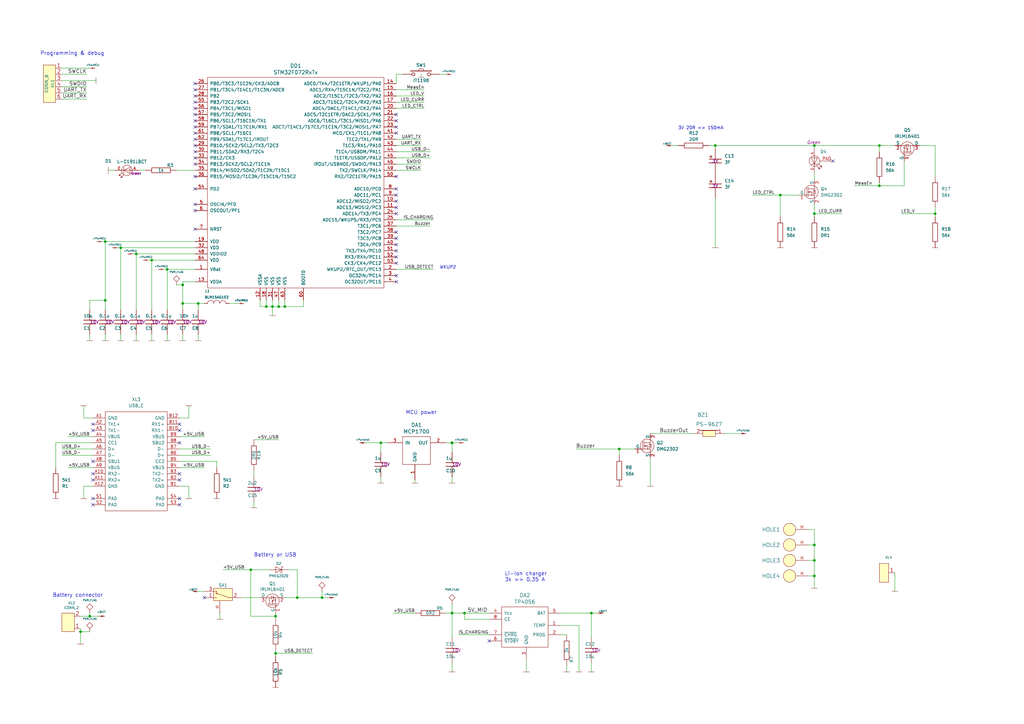
<source format=kicad_sch>
(kicad_sch (version 20211123) (generator eeschema)
  (paper "A3")
  (lib_symbols
    (symbol "BtnsSwitches:BUTTON_H" (pin_numbers hide) (pin_names (offset 1.016) hide)
      (property "Reference" "SW" (at -5.08 3.81 0))
      (property "Value" "BUTTON_H" (at 2.54 3.81 0))
      (symbol "BUTTON_H_0_1"
        (pin passive inverted (at -7.62 0 0) (length 5.08) (name "1") (number "1"))
        (pin passive inverted (at 7.62 0 180) (length 5.08) (name "2") (number "2"))
      )
      (symbol "BUTTON_H_1_1"
        (pin passive line (at 0 0 0) (length 0) (name "~") (number "H"))
      )
    )
    (symbol "BtnsSwitches:SWITCH_1P2T_housing" (pin_names (offset 1.016))
      (property "Reference" "SA" (at -2.54 8.89 0))
      (property "Value" "SWITCH_1P2T_housing" (at 2.54 6.35 0))
      (symbol "SWITCH_1P2T_housing_1_1"
        (pin passive line (at 6.35 0 180) (length 5.08) (name "~") (number "1"))
        (pin passive line (at -8.89 0 0) (length 5.08) (name "~") (number "2"))
        (pin passive line (at 6.35 2.54 180) (length 5.08) (name "~") (number "3"))
        (pin passive line (at 0 -6.35 90) (length 5.08) (name "~") (number "H"))
      )
    )
    (symbol "Connectors_kl:CONN_1" (pin_names (offset 1.016) hide)
      (property "Reference" "XL" (at -1.27 0.254 90))
      (property "Value" "CONN_1" (at 0.254 0.508 90))
      (symbol "CONN_1_1_1"
        (pin passive line (at -5.08 0 0) (length 2.54) (name "P1") (number "1"))
      )
    )
    (symbol "Connectors_kl:CONN_2" (pin_names (offset 1.016) hide)
      (property "Reference" "XL" (at -1.27 0 90))
      (property "Value" "CONN_2" (at 1.27 0 90))
      (symbol "CONN_2_1_1"
        (pin passive line (at -5.08 2.54 0) (length 2.54) (name "P1") (number "1"))
        (pin passive line (at -5.08 -2.54 0) (length 2.54) (name "PM") (number "2"))
      )
    )
    (symbol "Connectors_kl:CONN_6" (pin_names (offset 1.016))
      (property "Reference" "XL" (at -1.27 0 90))
      (property "Value" "CONN_6" (at 1.27 0 90))
      (symbol "CONN_6_1_1"
        (pin passive line (at -5.08 6.35 0) (length 2.54) (name "~") (number "1"))
        (pin passive line (at -5.08 3.81 0) (length 2.54) (name "~") (number "2"))
        (pin passive line (at -5.08 1.27 0) (length 2.54) (name "~") (number "3"))
        (pin passive line (at -5.08 -1.27 0) (length 2.54) (name "~") (number "4"))
        (pin passive line (at -5.08 -3.81 0) (length 2.54) (name "~") (number "5"))
        (pin passive line (at -5.08 -6.35 0) (length 2.54) (name "~") (number "6"))
      )
    )
    (symbol "Connectors_kl:USB_C" (pin_names (offset 1.016))
      (property "Reference" "XL" (at 5.08 21.59 0))
      (property "Value" "USB_C" (at -8.89 21.59 0))
      (symbol "USB_C_0_1"
        (pin passive line (at 17.78 -10.16 180) (length 5.08) (name "GND") (number "B1"))
        (pin passive line (at 17.78 12.7 180) (length 5.08) (name "RX1-") (number "B10"))
        (pin passive line (at 17.78 15.24 180) (length 5.08) (name "RX1+") (number "B11"))
        (pin passive line (at 17.78 17.78 180) (length 5.08) (name "GND") (number "B12"))
        (pin passive line (at 17.78 -7.62 180) (length 5.08) (name "TX2+") (number "B2"))
        (pin passive line (at 17.78 -5.08 180) (length 5.08) (name "TX2-") (number "B3"))
        (pin passive line (at 17.78 -2.54 180) (length 5.08) (name "VBUS") (number "B4"))
        (pin passive line (at 17.78 0 180) (length 5.08) (name "CC2") (number "B5"))
        (pin passive line (at 17.78 2.54 180) (length 5.08) (name "D+") (number "B6"))
        (pin passive line (at 17.78 5.08 180) (length 5.08) (name "D-") (number "B7"))
        (pin passive line (at 17.78 7.62 180) (length 5.08) (name "SBU2") (number "B8"))
        (pin passive line (at 17.78 10.16 180) (length 5.08) (name "VBUS") (number "B9"))
        (pin passive line (at 17.78 -17.78 180) (length 5.08) (name "PAD") (number "S3"))
        (pin passive line (at 17.78 -15.24 180) (length 5.08) (name "PAD") (number "S4"))
      )
      (symbol "USB_C_1_1"
        (pin passive line (at -17.78 17.78 0) (length 5.08) (name "GND") (number "A1"))
        (pin passive line (at -17.78 -5.08 0) (length 5.08) (name "RX2-") (number "A10"))
        (pin passive line (at -17.78 -7.62 0) (length 5.08) (name "RX2+") (number "A11"))
        (pin passive line (at -17.78 -10.16 0) (length 5.08) (name "GND") (number "A12"))
        (pin passive line (at -17.78 15.24 0) (length 5.08) (name "TX1+") (number "A2"))
        (pin passive line (at -17.78 12.7 0) (length 5.08) (name "TX1-") (number "A3"))
        (pin passive line (at -17.78 10.16 0) (length 5.08) (name "VBUS") (number "A4"))
        (pin passive line (at -17.78 7.62 0) (length 5.08) (name "CC1") (number "A5"))
        (pin passive line (at -17.78 5.08 0) (length 5.08) (name "D+") (number "A6"))
        (pin passive line (at -17.78 2.54 0) (length 5.08) (name "D-") (number "A7"))
        (pin passive line (at -17.78 0 0) (length 5.08) (name "SBU1") (number "A8"))
        (pin passive line (at -17.78 -2.54 0) (length 5.08) (name "VBUS") (number "A9"))
        (pin passive line (at -17.78 -15.24 0) (length 5.08) (name "PAD") (number "S1"))
        (pin passive line (at -17.78 -17.78 0) (length 5.08) (name "PAD") (number "S2"))
      )
    )
    (symbol "Power_kl:MCP1700" (pin_names (offset 1.016))
      (property "Reference" "DA" (at 3.81 7.62 0))
      (property "Value" "MCP1700" (at -5.08 7.62 0))
      (symbol "MCP1700_1_1"
        (pin passive line (at 0 -11.43 90) (length 6.35) (name "GND") (number "1"))
        (pin power_out line (at 12.7 3.81 180) (length 6.35) (name "OUT") (number "2"))
        (pin power_in line (at -11.43 3.81 0) (length 6.35) (name "IN") (number "3"))
      )
    )
    (symbol "Power_kl:TP4056" (pin_names (offset 1.016))
      (property "Reference" "DA" (at -7.62 10.16 0))
      (property "Value" "TP4056" (at 3.81 10.16 0))
      (symbol "TP4056_1_1"
        (pin passive line (at 13.97 1.27 180) (length 5.08) (name "TEMP") (number "1"))
        (pin passive line (at 13.97 -2.54 180) (length 5.08) (name "PROG") (number "2"))
        (pin power_in line (at 0 -12.7 90) (length 5.08) (name "GND") (number "3"))
        (pin power_in line (at -15.24 6.35 0) (length 5.08) (name "Vcc") (number "4"))
        (pin passive line (at 13.97 6.35 180) (length 5.08) (name "BAT") (number "5"))
        (pin passive line (at -15.24 -5.08 0) (length 5.08) (name "~{STDBY}") (number "6"))
        (pin passive line (at -15.24 -2.54 0) (length 5.08) (name "~{CHRG}") (number "7"))
        (pin passive line (at -15.24 3.81 0) (length 5.08) (name "CE") (number "8"))
      )
    )
    (symbol "Tittar_kl:BUZZER" (pin_names (offset 1.016) hide)
      (property "Reference" "BZ" (at 5.08 2.54 0))
      (property "Value" "BUZZER" (at 7.62 -2.54 0))
      (symbol "BUZZER_1_1"
        (pin passive line (at 0 -6.35 90) (length 3.81) (name "1") (number "1"))
        (pin passive line (at 0 6.35 270) (length 3.81) (name "2") (number "2"))
      )
    )
    (symbol "Tittar_kl:C" (pin_numbers hide) (pin_names (offset 0.254))
      (property "Reference" "C" (at -2.54 -2.54 0))
      (property "Value" "C" (at -2.54 2.54 0))
      (property "Voltage" "10V" (at 0 0 0))
      (symbol "C_1_1"
        (pin passive line (at 0 5.08 270) (length 4.318) (name "~") (number "1"))
        (pin passive line (at 0 -5.08 90) (length 4.318) (name "~") (number "2"))
      )
    )
    (symbol "Tittar_kl:CP" (pin_numbers hide) (pin_names (offset 0.254))
      (property "Reference" "C" (at 1.27 2.54 0))
      (property "Value" "CP" (at 1.27 -2.54 0))
      (symbol "CP_1_1"
        (pin passive line (at 0 5.08 270) (length 4.318) (name "~") (number "1"))
        (pin passive line (at 0 -5.08 90) (length 4.318) (name "~") (number "2"))
      )
    )
    (symbol "Tittar_kl:D_Shottky" (pin_numbers hide) (pin_names (offset 1.016) hide)
      (property "Reference" "D" (at 0 2.54 0))
      (property "Value" "D_Shottky" (at 0 -2.54 0))
      (symbol "D_Shottky_1_1"
        (pin passive line (at -3.81 0 0) (length 2.54) (name "~") (number "A"))
        (pin passive line (at 3.81 0 180) (length 2.54) (name "~") (number "C"))
      )
    )
    (symbol "Tittar_kl:L" (pin_numbers hide) (pin_names (offset 1.016) hide)
      (property "Reference" "L" (at -2.54 -3.556 90))
      (property "Value" "L" (at -2.54 0 90))
      (symbol "L_1_1"
        (pin passive line (at 0 5.08 270) (length 1.27) (name "1") (number "1"))
        (pin passive line (at 0 -5.08 90) (length 1.27) (name "2") (number "2"))
      )
    )
    (symbol "Tittar_kl:LED" (pin_names (offset 1.016) hide)
      (property "Reference" "D" (at 2.54 3.556 0))
      (property "Value" "LED" (at -2.032 3.556 0))
      (property "Color" "Green" (at 0 -3.81 0))
      (symbol "LED_1_1"
        (pin passive line (at -5.08 0 0) (length 3.81) (name "A") (number "A"))
        (pin passive line (at 5.08 0 180) (length 3.81) (name "C") (number "C"))
      )
    )
    (symbol "Tittar_kl:LEDwPAD" (pin_names (offset 1.016) hide)
      (property "Reference" "D" (at 2.54 3.556 0))
      (property "Value" "LEDwPAD" (at -2.032 3.556 0))
      (property "Color" "Green" (at -5.08 -2.54 0))
      (symbol "LEDwPAD_1_1"
        (pin passive line (at -5.08 0 0) (length 3.81) (name "A") (number "A"))
        (pin passive line (at 5.08 0 180) (length 3.81) (name "C") (number "C"))
        (pin passive line (at 0 -7.62 90) (length 5.08) (name "~") (number "PAD"))
      )
    )
    (symbol "Tittar_kl:R" (pin_numbers hide) (pin_names (offset 0))
      (property "Reference" "R" (at 2.032 -3.81 90))
      (property "Value" "R" (at 0 0 90))
      (symbol "R_1_1"
        (pin passive line (at 0 6.35 270) (length 2.54) (name "~") (number "1"))
        (pin passive line (at 0 -6.35 90) (length 2.54) (name "~") (number "2"))
      )
    )
    (symbol "Transistors_kl:N_3PIN" (pin_names (offset 0))
      (property "Reference" "Q" (at 5.08 1.27 0))
      (property "Value" "N_3PIN" (at 10.16 -2.54 0))
      (symbol "N_3PIN_1_1"
        (pin passive line (at -5.08 1.27 0) (length 2.54) (name "G") (number "1"))
        (pin passive line (at 1.27 5.08 270) (length 2.54) (name "S") (number "2"))
        (pin passive line (at 1.27 -5.08 90) (length 2.54) (name "D") (number "3"))
      )
    )
    (symbol "Transistors_kl:P_3PIN" (pin_names (offset 0))
      (property "Reference" "Q" (at 3.81 -3.81 0))
      (property "Value" "P_3PIN" (at 0 5.08 0))
      (symbol "P_3PIN_1_1"
        (pin passive line (at -1.27 -5.08 90) (length 2.54) (name "G") (number "1"))
        (pin passive line (at -5.08 1.27 0) (length 2.54) (name "S") (number "2"))
        (pin passive line (at 5.08 1.27 180) (length 2.54) (name "D") (number "3"))
      )
    )
    (symbol "pcb_details:HOLE_METALLED" (pin_names (offset 1.016))
      (property "Reference" "HOLE" (at -12.7 -1.27 0))
      (property "Value" "HOLE_METALLED" (at -13.97 1.27 0))
      (symbol "HOLE_METALLED_1_1"
        (pin passive line (at 7.62 0 180) (length 5.08) (name "~") (number "H"))
      )
    )
    (symbol "power:+BATT" (power) (pin_names (offset 0))
      (property "Value" "+BATT" (at 2.032 0.762 0))
      (symbol "+BATT_0_0"
        (pin power_in line (at 0 0 90) (length 0) hide (name "+BATT") (number "1"))
      )
    )
    (symbol "power:+PwrMCU" (power) (pin_names (offset 0))
      (property "Value" "+PwrMCU" (at 1.778 0.762 0))
      (symbol "+PwrMCU_0_0"
        (pin power_in line (at 0 0 90) (length 0) hide (name "+PwrMCU") (number "1"))
      )
    )
    (symbol "power:+PwrUnst" (power) (pin_names (offset 0))
      (property "Value" "+PwrUnst" (at 2.032 0.762 0))
      (symbol "+PwrUnst_0_0"
        (pin power_in line (at 0 0 90) (length 0) hide (name "+PwrUnst") (number "1"))
      )
    )
    (symbol "power:GND" (power) (pin_names (offset 0.254))
      (symbol "GND_1_1"
        (pin power_in line (at 0 0 270) (length 0) hide (name "GND") (number "1"))
      )
    )
    (symbol "power:PWR_FLAG" (power) (pin_numbers hide) (pin_names (offset 0) hide)
      (property "Value" "PWR_FLAG" (at 0 5.08 0))
      (symbol "PWR_FLAG_0_0"
        (pin power_out line (at 0 0 90) (length 0) (name "pwr") (number "1"))
      )
    )
    (symbol "st_kl:STM32F072RxTx" (pin_names (offset 1.016))
      (property "Reference" "DD" (at -16.51 41.91 0))
      (property "Value" "STM32F072RxTx" (at 0 41.91 0))
      (symbol "STM32F072RxTx_1_1"
        (pin power_in line (at -40.64 -38.1 0) (length 5.08) (name "VBat") (number "1"))
        (pin passive line (at 41.91 -10.16 180) (length 5.08) (name "ADC12/MISO2/PC2") (number "10"))
        (pin passive line (at 41.91 -12.7 180) (length 5.08) (name "ADC13/MOSI2/PC3") (number "11"))
        (pin power_in line (at -13.97 -50.8 90) (length 5.08) (name "VSSA") (number "12"))
        (pin power_in line (at -40.64 -43.18 0) (length 5.08) (name "VDDA") (number "13"))
        (pin passive line (at 41.91 38.1 180) (length 5.08) (name "ADC0/TX4/T2C1ETR/WKUP1/PA0") (number "14"))
        (pin passive line (at 41.91 35.56 180) (length 5.08) (name "ADC1/RX4/T15C1N/T2C2/PA1") (number "15"))
        (pin passive line (at 41.91 33.02 180) (length 5.08) (name "ADC2/T15C1/T2C3/TX2/PA2") (number "16"))
        (pin passive line (at 41.91 30.48 180) (length 5.08) (name "ADC3/T15C2/T2C4/RX2/PA3") (number "17"))
        (pin power_in line (at -11.43 -50.8 90) (length 5.08) (name "VSS") (number "18"))
        (pin power_in line (at -40.64 -26.67 0) (length 5.08) (name "VDD") (number "19"))
        (pin passive line (at 41.91 -38.1 180) (length 5.08) (name "WKUP2/RTC_OUT/PC13") (number "2"))
        (pin passive line (at 41.91 27.94 180) (length 5.08) (name "ADC4/DAC1/T14C1/CK2/PA4") (number "20"))
        (pin passive line (at 41.91 25.4 180) (length 5.08) (name "ADC5/T2C1ETR/DAC2/SCK1/PA5") (number "21"))
        (pin passive line (at 41.91 22.86 180) (length 5.08) (name "ADC6/T16C1/T3C1/MISO1/PA6") (number "22"))
        (pin passive line (at 41.91 20.32 180) (length 5.08) (name "ADC7/T14C1/T17C1/T1C1N/T3C2/MOSI1/PA7") (number "23"))
        (pin passive line (at 41.91 -15.24 180) (length 5.08) (name "ADC14/TX3/PC4") (number "24"))
        (pin passive line (at 41.91 -17.78 180) (length 5.08) (name "ADC15/WKUP5/RX3/PC5") (number "25"))
        (pin passive line (at -40.64 38.1 0) (length 5.08) (name "PB0/T3C3/T1C2N/CK3/ADC8") (number "26"))
        (pin passive line (at -40.64 35.56 0) (length 5.08) (name "PB1/T3C4/T14C1/T1C3N/ADC9") (number "27"))
        (pin passive line (at -40.64 33.02 0) (length 5.08) (name "PB2") (number "28"))
        (pin passive line (at -40.64 12.7 0) (length 5.08) (name "PB10/SCK2/SCL2/TX3/T2C3") (number "29"))
        (pin passive line (at 41.91 -40.64 180) (length 5.08) (name "OC32IN/PC14") (number "3"))
        (pin passive line (at -40.64 10.16 0) (length 5.08) (name "PB11/SDA2/RX3/T2C4") (number "30"))
        (pin power_in line (at -8.89 -50.8 90) (length 5.08) (name "VSS") (number "31"))
        (pin power_in line (at -40.64 -29.21 0) (length 5.08) (name "VDD") (number "32"))
        (pin passive line (at -40.64 7.62 0) (length 5.08) (name "PB12/CK3") (number "33"))
        (pin passive line (at -40.64 5.08 0) (length 5.08) (name "PB13/SCK2/SCL2/T1C1N") (number "34"))
        (pin passive line (at -40.64 2.54 0) (length 5.08) (name "PB14/MISO2/SDA2/T1C2N/T15C1") (number "35"))
        (pin passive line (at -40.64 0 0) (length 5.08) (name "PB15/MOSI2/T1C3N/T15C1N/T15C2") (number "36"))
        (pin passive line (at 41.91 -20.32 180) (length 5.08) (name "T3C1/PC6") (number "37"))
        (pin passive line (at 41.91 -22.86 180) (length 5.08) (name "T3C2/PC7") (number "38"))
        (pin passive line (at 41.91 -25.4 180) (length 5.08) (name "T3C3/PC8") (number "39"))
        (pin passive line (at 41.91 -43.18 180) (length 5.08) (name "OC32OUT/PC15") (number "4"))
        (pin passive line (at 41.91 -27.94 180) (length 5.08) (name "T3C4/PC9") (number "40"))
        (pin passive line (at 41.91 17.78 180) (length 5.08) (name "MCO/CK1/T1C1/PA8") (number "41"))
        (pin passive line (at 41.91 15.24 180) (length 5.08) (name "T1C2/TX1/PA9") (number "42"))
        (pin passive line (at 41.91 12.7 180) (length 5.08) (name "T1C3/RX1/PA10") (number "43"))
        (pin passive line (at 41.91 10.16 180) (length 5.08) (name "T1C4/USBDM/PA11") (number "44"))
        (pin passive line (at 41.91 7.62 180) (length 5.08) (name "T1ETR/USBDP/PA12") (number "45"))
        (pin passive line (at 41.91 5.08 180) (length 5.08) (name "IROUT/USBNOE/SWDIO/PA13") (number "46"))
        (pin power_in line (at -6.35 -50.8 90) (length 5.08) (name "VSS") (number "47"))
        (pin power_in line (at -40.64 -31.75 0) (length 5.08) (name "VDDIO2") (number "48"))
        (pin passive line (at 41.91 2.54 180) (length 5.08) (name "TX2/SWCLK/PA14") (number "49"))
        (pin passive line (at -40.64 -11.43 0) (length 5.08) (name "OSCIN/PF0") (number "5"))
        (pin passive line (at 41.91 0 180) (length 5.08) (name "RX2/T2C1ETR/PA15") (number "50"))
        (pin passive line (at 41.91 -30.48 180) (length 5.08) (name "TX3/TX4/PC10") (number "51"))
        (pin passive line (at 41.91 -33.02 180) (length 5.08) (name "RX3/RX4/PC11") (number "52"))
        (pin passive line (at 41.91 -35.56 180) (length 5.08) (name "CK3/CK4/PC12") (number "53"))
        (pin passive line (at -40.64 -5.08 0) (length 5.08) (name "PD2") (number "54"))
        (pin passive line (at -40.64 30.48 0) (length 5.08) (name "PB3/T2C2/SCK1") (number "55"))
        (pin passive line (at -40.64 27.94 0) (length 5.08) (name "PB4/T3C1/MISO1") (number "56"))
        (pin passive line (at -40.64 25.4 0) (length 5.08) (name "PB5/T3C2/MOSI1") (number "57"))
        (pin passive line (at -40.64 22.86 0) (length 5.08) (name "PB6/SCL1/T16C1N/TX1") (number "58"))
        (pin passive line (at -40.64 20.32 0) (length 5.08) (name "PB7/SDA1/T17C1N/RX1") (number "59"))
        (pin passive line (at -40.64 -13.97 0) (length 5.08) (name "OSCOUT/PF1") (number "6"))
        (pin passive line (at 3.81 -50.8 90) (length 5.08) (name "BOOT0") (number "60"))
        (pin passive line (at -40.64 17.78 0) (length 5.08) (name "PB8/SCL1/T16C1") (number "61"))
        (pin passive line (at -40.64 15.24 0) (length 5.08) (name "PB9/SDA1/T17C1/IROUT") (number "62"))
        (pin power_in line (at -3.81 -50.8 90) (length 5.08) (name "VSS") (number "63"))
        (pin power_in line (at -40.64 -34.29 0) (length 5.08) (name "VDD") (number "64"))
        (pin passive line (at -40.64 -21.59 0) (length 5.08) (name "NRST") (number "7"))
        (pin passive line (at 41.91 -5.08 180) (length 5.08) (name "ADC10/PC0") (number "8"))
        (pin passive line (at 41.91 -7.62 180) (length 5.08) (name "ADC11/PC1") (number "9"))
      )
    )
  )
  (junction (at 116.84 125.73))
  (junction (at 33.02 259.08))
  (junction (at 242.57 251.46))
  (junction (at 68.58 110.49))
  (junction (at 74.93 116.84))
  (junction (at 81.28 124.46))
  (junction (at 62.23 106.68))
  (junction (at 114.3 125.73))
  (junction (at 55.88 104.14))
  (junction (at 334.01 229.87))
  (junction (at 190.5 251.46))
  (junction (at 36.83 252.73))
  (junction (at 113.03 252.73))
  (junction (at 111.76 125.73))
  (junction (at 113.03 267.97))
  (junction (at 132.08 245.11))
  (junction (at 320.04 80.01))
  (junction (at 156.21 181.61))
  (junction (at 49.53 101.6))
  (junction (at 334.01 223.52))
  (junction (at 43.18 123.19))
  (junction (at 109.22 125.73))
  (junction (at 334.01 236.22))
  (junction (at 254 184.15))
  (junction (at 121.92 245.11))
  (junction (at 334.01 87.63))
  (junction (at 293.37 59.69))
  (junction (at 360.68 76.2))
  (junction (at 43.18 99.06))
  (junction (at 185.42 181.61) (diameter 1.016))
  (junction (at 383.54 87.63))
  (junction (at 102.87 233.68))
  (junction (at 185.42 251.46))
  (junction (at 360.68 59.69))
  (junction (at 334.01 59.69))
  (junction (at 74.93 124.46))
  (no_connect (at 341.63 66.04))
  (no_connect (at 162.56 46.99))
  (no_connect (at 80.01 54.61))
  (no_connect (at 80.01 57.15))
  (no_connect (at 80.01 59.69))
  (no_connect (at 80.01 62.23))
  (no_connect (at 80.01 64.77))
  (no_connect (at 80.01 67.31))
  (no_connect (at 80.01 72.39))
  (no_connect (at 38.1 204.47))
  (no_connect (at 38.1 207.01))
  (no_connect (at 80.01 77.47))
  (no_connect (at 162.56 115.57))
  (no_connect (at 200.66 262.89))
  (no_connect (at 80.01 93.98))
  (no_connect (at 73.66 207.01))
  (no_connect (at 38.1 189.23))
  (no_connect (at 38.1 173.99))
  (no_connect (at 38.1 176.53))
  (no_connect (at 38.1 196.85))
  (no_connect (at 38.1 194.31))
  (no_connect (at 73.66 194.31))
  (no_connect (at 73.66 196.85))
  (no_connect (at 73.66 173.99))
  (no_connect (at 73.66 176.53))
  (no_connect (at 83.82 245.11))
  (no_connect (at 162.56 77.47))
  (no_connect (at 162.56 80.01))
  (no_connect (at 162.56 100.33))
  (no_connect (at 162.56 102.87))
  (no_connect (at 162.56 105.41))
  (no_connect (at 162.56 107.95))
  (no_connect (at 162.56 113.03))
  (no_connect (at 162.56 82.55))
  (no_connect (at 162.56 85.09))
  (no_connect (at 162.56 87.63))
  (no_connect (at 162.56 95.25))
  (no_connect (at 162.56 97.79))
  (no_connect (at 80.01 34.29))
  (no_connect (at 80.01 36.83))
  (no_connect (at 80.01 39.37))
  (no_connect (at 80.01 41.91))
  (no_connect (at 80.01 44.45))
  (no_connect (at 80.01 46.99))
  (no_connect (at 80.01 49.53))
  (no_connect (at 80.01 52.07))
  (no_connect (at 162.56 49.53))
  (no_connect (at 162.56 52.07))
  (no_connect (at 162.56 54.61))
  (no_connect (at 162.56 72.39))
  (no_connect (at 73.66 204.47))
  (no_connect (at 73.66 181.61))
  (no_connect (at 80.01 83.82))
  (no_connect (at 80.01 86.36))
  (wire (pts (xy 43.18 99.06) (xy 80.01 99.06)))
  (wire (pts (xy 162.56 30.48) (xy 165.1 30.48)))
  (wire (pts (xy 370.84 76.2) (xy 360.68 76.2)))
  (wire (pts (xy 73.66 186.69) (xy 86.36 186.69)))
  (wire (pts (xy 334.01 73.66) (xy 334.01 71.12)))
  (wire (pts (xy 383.54 59.69) (xy 383.54 72.39)))
  (wire (pts (xy 162.56 67.31) (xy 172.72 67.31)))
  (wire (pts (xy 111.76 125.73) (xy 111.76 123.19)))
  (wire (pts (xy 38.1 191.77) (xy 27.94 191.77)))
  (wire (pts (xy 334.01 217.17) (xy 334.01 223.52)))
  (wire (pts (xy 162.56 110.49) (xy 177.8 110.49)))
  (wire (pts (xy 116.84 125.73) (xy 116.84 123.19)))
  (wire (pts (xy 334.01 59.69) (xy 360.68 59.69)))
  (wire (pts (xy 74.93 115.57) (xy 80.01 115.57)))
  (wire (pts (xy 320.04 88.9) (xy 320.04 80.01)))
  (wire (pts (xy 99.06 245.11) (xy 106.68 245.11)))
  (wire (pts (xy 266.7 177.8) (xy 284.48 177.8)))
  (wire (pts (xy 41.91 99.06) (xy 43.18 99.06)))
  (wire (pts (xy 232.41 275.59) (xy 232.41 273.05)))
  (wire (pts (xy 35.56 38.1) (xy 25.4 38.1)))
  (wire (pts (xy 172.72 57.15) (xy 162.56 57.15)))
  (wire (pts (xy 68.58 127) (xy 68.58 110.49)))
  (wire (pts (xy 104.14 180.34) (xy 114.3 180.34)))
  (wire (pts (xy 81.28 124.46) (xy 83.82 124.46)))
  (wire (pts (xy 43.18 137.16) (xy 43.18 139.7)))
  (wire (pts (xy 102.87 252.73) (xy 113.03 252.73)))
  (wire (pts (xy 124.46 125.73) (xy 124.46 123.19)))
  (wire (pts (xy 67.31 110.49) (xy 68.58 110.49)))
  (wire (pts (xy 36.83 251.46) (xy 36.83 252.73)))
  (wire (pts (xy 242.57 251.46) (xy 245.11 251.46)))
  (wire (pts (xy 43.18 123.19) (xy 43.18 99.06)))
  (wire (pts (xy 113.03 267.97) (xy 128.27 267.97)))
  (wire (pts (xy 308.61 80.01) (xy 320.04 80.01)))
  (wire (pts (xy 77.47 204.47) (xy 77.47 199.39)))
  (wire (pts (xy 36.83 137.16) (xy 36.83 139.7)))
  (wire (pts (xy 25.4 33.02) (xy 39.37 33.02)))
  (wire (pts (xy 114.3 125.73) (xy 116.84 125.73)))
  (wire (pts (xy 185.42 181.61) (xy 187.96 181.61)))
  (wire (pts (xy 121.92 245.11) (xy 132.08 245.11)))
  (wire (pts (xy 90.17 251.46) (xy 90.17 254)))
  (wire (pts (xy 293.37 59.69) (xy 334.01 59.69)))
  (wire (pts (xy 49.53 137.16) (xy 49.53 139.7)))
  (wire (pts (xy 229.87 251.46) (xy 242.57 251.46)))
  (wire (pts (xy 44.45 69.85) (xy 46.99 69.85)))
  (wire (pts (xy 40.64 252.73) (xy 36.83 252.73)))
  (wire (pts (xy 62.23 106.68) (xy 62.23 127)))
  (wire (pts (xy 334.01 83.82) (xy 334.01 87.63)))
  (wire (pts (xy 236.22 184.15) (xy 254 184.15)))
  (wire (pts (xy 182.88 30.48) (xy 180.34 30.48)))
  (wire (pts (xy 49.53 101.6) (xy 49.53 127)))
  (wire (pts (xy 34.29 166.37) (xy 34.29 171.45)))
  (wire (pts (xy 113.03 267.97) (xy 113.03 269.24)))
  (wire (pts (xy 331.47 217.17) (xy 334.01 217.17)))
  (wire (pts (xy 237.49 256.54) (xy 229.87 256.54)))
  (wire (pts (xy 293.37 60.96) (xy 293.37 59.69)))
  (wire (pts (xy 200.66 254) (xy 190.5 254)))
  (wire (pts (xy 48.26 101.6) (xy 49.53 101.6)))
  (wire (pts (xy 293.37 81.28) (xy 293.37 101.6)))
  (wire (pts (xy 36.83 123.19) (xy 43.18 123.19)))
  (wire (pts (xy 254 184.15) (xy 260.35 184.15)))
  (wire (pts (xy 254 184.15) (xy 254 186.69)))
  (wire (pts (xy 190.5 251.46) (xy 200.66 251.46)))
  (wire (pts (xy 74.93 124.46) (xy 74.93 116.84)))
  (wire (pts (xy 132.08 245.11) (xy 132.08 242.57)))
  (wire (pts (xy 25.4 35.56) (xy 35.56 35.56)))
  (wire (pts (xy 121.92 233.68) (xy 121.92 245.11)))
  (wire (pts (xy 72.39 116.84) (xy 74.93 116.84)))
  (wire (pts (xy 162.56 62.23) (xy 176.53 62.23)))
  (wire (pts (xy 156.21 181.61) (xy 158.75 181.61)))
  (wire (pts (xy 266.7 199.39) (xy 266.7 187.96)))
  (wire (pts (xy 113.03 251.46) (xy 113.03 252.73)))
  (wire (pts (xy 331.47 223.52) (xy 334.01 223.52)))
  (wire (pts (xy 36.83 127) (xy 36.83 123.19)))
  (wire (pts (xy 275.59 59.69) (xy 278.13 59.69)))
  (wire (pts (xy 77.47 171.45) (xy 73.66 171.45)))
  (wire (pts (xy 290.83 59.69) (xy 293.37 59.69)))
  (wire (pts (xy 162.56 64.77) (xy 176.53 64.77)))
  (wire (pts (xy 102.87 233.68) (xy 102.87 252.73)))
  (wire (pts (xy 190.5 254) (xy 190.5 251.46)))
  (wire (pts (xy 176.53 92.71) (xy 162.56 92.71)))
  (wire (pts (xy 162.56 36.83) (xy 173.99 36.83)))
  (wire (pts (xy 74.93 124.46) (xy 81.28 124.46)))
  (wire (pts (xy 187.96 260.35) (xy 200.66 260.35)))
  (wire (pts (xy 297.18 177.8) (xy 303.53 177.8)))
  (wire (pts (xy 34.29 204.47) (xy 34.29 199.39)))
  (wire (pts (xy 334.01 87.63) (xy 345.44 87.63)))
  (wire (pts (xy 172.72 69.85) (xy 162.56 69.85)))
  (wire (pts (xy 73.66 189.23) (xy 88.9 189.23)))
  (wire (pts (xy 161.29 251.46) (xy 170.18 251.46)))
  (wire (pts (xy 81.28 242.57) (xy 83.82 242.57)))
  (wire (pts (xy 369.57 87.63) (xy 383.54 87.63)))
  (wire (pts (xy 88.9 189.23) (xy 88.9 191.77)))
  (wire (pts (xy 106.68 125.73) (xy 109.22 125.73)))
  (wire (pts (xy 34.29 199.39) (xy 38.1 199.39)))
  (wire (pts (xy 81.28 124.46) (xy 81.28 127)))
  (wire (pts (xy 91.44 233.68) (xy 102.87 233.68)))
  (wire (pts (xy 173.99 44.45) (xy 162.56 44.45)))
  (wire (pts (xy 25.4 27.94) (xy 36.83 27.94)))
  (wire (pts (xy 34.29 171.45) (xy 38.1 171.45)))
  (wire (pts (xy 97.79 124.46) (xy 93.98 124.46)))
  (wire (pts (xy 185.42 181.61) (xy 185.42 185.42)))
  (wire (pts (xy 118.11 233.68) (xy 121.92 233.68)))
  (wire (pts (xy 162.56 30.48) (xy 162.56 34.29)))
  (wire (pts (xy 22.86 191.77) (xy 22.86 181.61)))
  (wire (pts (xy 33.02 259.08) (xy 33.02 264.16)))
  (wire (pts (xy 38.1 184.15) (xy 25.4 184.15)))
  (wire (pts (xy 383.54 87.63) (xy 383.54 88.9)))
  (wire (pts (xy 73.66 191.77) (xy 83.82 191.77)))
  (wire (pts (xy 242.57 261.62) (xy 242.57 251.46)))
  (wire (pts (xy 334.01 223.52) (xy 334.01 229.87)))
  (wire (pts (xy 377.19 59.69) (xy 383.54 59.69)))
  (wire (pts (xy 49.53 101.6) (xy 80.01 101.6)))
  (wire (pts (xy 77.47 199.39) (xy 73.66 199.39)))
  (wire (pts (xy 185.42 247.65) (xy 185.42 251.46)))
  (wire (pts (xy 104.14 193.04) (xy 104.14 195.58)))
  (wire (pts (xy 185.42 251.46) (xy 185.42 261.62)))
  (wire (pts (xy 113.03 252.73) (xy 113.03 254)))
  (wire (pts (xy 185.42 195.58) (xy 185.42 198.12)))
  (wire (pts (xy 229.87 260.35) (xy 232.41 260.35)))
  (wire (pts (xy 109.22 123.19) (xy 109.22 125.73)))
  (wire (pts (xy 106.68 123.19) (xy 106.68 125.73)))
  (wire (pts (xy 360.68 76.2) (xy 360.68 74.93)))
  (wire (pts (xy 242.57 275.59) (xy 242.57 271.78)))
  (wire (pts (xy 177.8 90.17) (xy 162.56 90.17)))
  (wire (pts (xy 172.72 30.48) (xy 172.72 31.75)))
  (wire (pts (xy 33.02 259.08) (xy 36.83 259.08)))
  (wire (pts (xy 182.88 181.61) (xy 185.42 181.61)))
  (wire (pts (xy 73.66 179.07) (xy 83.82 179.07)))
  (wire (pts (xy 77.47 166.37) (xy 77.47 171.45)))
  (wire (pts (xy 331.47 229.87) (xy 334.01 229.87)))
  (wire (pts (xy 73.66 184.15) (xy 86.36 184.15)))
  (wire (pts (xy 334.01 229.87) (xy 334.01 236.22)))
  (wire (pts (xy 54.61 104.14) (xy 55.88 104.14)))
  (wire (pts (xy 350.52 76.2) (xy 360.68 76.2)))
  (wire (pts (xy 68.58 137.16) (xy 68.58 139.7)))
  (wire (pts (xy 156.21 181.61) (xy 156.21 185.42)))
  (wire (pts (xy 74.93 137.16) (xy 74.93 139.7)))
  (wire (pts (xy 80.01 69.85) (xy 72.39 69.85)))
  (wire (pts (xy 109.22 125.73) (xy 111.76 125.73)))
  (wire (pts (xy 38.1 186.69) (xy 25.4 186.69)))
  (wire (pts (xy 111.76 125.73) (xy 114.3 125.73)))
  (wire (pts (xy 102.87 233.68) (xy 110.49 233.68)))
  (wire (pts (xy 114.3 125.73) (xy 114.3 123.19)))
  (wire (pts (xy 185.42 275.59) (xy 185.42 271.78)))
  (wire (pts (xy 116.84 245.11) (xy 121.92 245.11)))
  (wire (pts (xy 331.47 236.22) (xy 334.01 236.22)))
  (wire (pts (xy 132.08 245.11) (xy 134.62 245.11)))
  (wire (pts (xy 33.02 257.81) (xy 33.02 259.08)))
  (wire (pts (xy 111.76 129.54) (xy 111.76 125.73)))
  (wire (pts (xy 55.88 137.16) (xy 55.88 139.7)))
  (wire (pts (xy 104.14 205.74) (xy 104.14 208.28)))
  (wire (pts (xy 60.96 106.68) (xy 62.23 106.68)))
  (wire (pts (xy 334.01 59.69) (xy 334.01 60.96)))
  (wire (pts (xy 74.93 127) (xy 74.93 124.46)))
  (wire (pts (xy 383.54 85.09) (xy 383.54 87.63)))
  (wire (pts (xy 170.18 198.12) (xy 170.18 196.85)))
  (wire (pts (xy 68.58 110.49) (xy 80.01 110.49)))
  (wire (pts (xy 185.42 251.46) (xy 190.5 251.46)))
  (wire (pts (xy 367.03 234.95) (xy 367.03 242.57)))
  (wire (pts (xy 38.1 179.07) (xy 27.94 179.07)))
  (wire (pts (xy 74.93 116.84) (xy 74.93 115.57)))
  (wire (pts (xy 55.88 127) (xy 55.88 104.14)))
  (wire (pts (xy 81.28 137.16) (xy 81.28 139.7)))
  (wire (pts (xy 149.86 181.61) (xy 156.21 181.61)))
  (wire (pts (xy 162.56 41.91) (xy 173.99 41.91)))
  (wire (pts (xy 334.01 87.63) (xy 334.01 88.9)))
  (wire (pts (xy 360.68 59.69) (xy 367.03 59.69)))
  (wire (pts (xy 162.56 59.69) (xy 172.72 59.69)))
  (wire (pts (xy 113.03 266.7) (xy 113.03 267.97)))
  (wire (pts (xy 36.83 252.73) (xy 33.02 252.73)))
  (wire (pts (xy 370.84 66.04) (xy 370.84 76.2)))
  (wire (pts (xy 43.18 127) (xy 43.18 123.19)))
  (wire (pts (xy 334.01 236.22) (xy 334.01 241.3)))
  (wire (pts (xy 62.23 106.68) (xy 80.01 106.68)))
  (wire (pts (xy 25.4 40.64) (xy 35.56 40.64)))
  (wire (pts (xy 237.49 256.54) (xy 237.49 275.59)))
  (wire (pts (xy 59.69 69.85) (xy 57.15 69.85)))
  (wire (pts (xy 116.84 125.73) (xy 124.46 125.73)))
  (wire (pts (xy 62.23 137.16) (xy 62.23 139.7)))
  (wire (pts (xy 173.99 39.37) (xy 162.56 39.37)))
  (wire (pts (xy 55.88 104.14) (xy 80.01 104.14)))
  (wire (pts (xy 215.9 270.51) (xy 215.9 275.59)))
  (wire (pts (xy 156.21 195.58) (xy 156.21 198.12)))
  (wire (pts (xy 360.68 59.69) (xy 360.68 62.23)))
  (wire (pts (xy 320.04 80.01) (xy 327.66 80.01)))
  (wire (pts (xy 182.88 251.46) (xy 185.42 251.46)))
  (wire (pts (xy 35.56 30.48) (xy 25.4 30.48)))
  (wire (pts (xy 22.86 181.61) (xy 38.1 181.61)))
  (text "Battery connector" (at 21.59 245.11 0) (effects (font (size 1.524 1.524)) (justify left bottom)))
  (text "Programming & debug" (at 16.51 22.86 0) (effects (font (size 1.524 1.524)) (justify left bottom)))
  (text "MCU power" (at 166.37 170.18 0) (effects (font (size 1.524 1.524)) (justify left bottom)))
  (text "Battery or USB" (at 104.14 228.6 0) (effects (font (size 1.524 1.524)) (justify left bottom)))
  (text "3V 20R => 150mA " (at 278.13 53.34 0) (effects (font (size 1.27 1.27)) (justify left bottom)))
  (text "Li-Ion charger\n3k => 0.35 A" (at 207.01 238.76 0) (effects (font (size 1.524 1.524)) (justify left bottom)))
  (text "WKUP2" (at 180.34 110.49 0) (effects (font (size 1.27 1.27)) (justify left bottom)))
  (label "USB_D-" (at 25.4 186.69 0))
  (label "LED_V" (at 173.99 39.37 180))
  (label "UART_TX" (at 35.56 38.1 180) (effects (font (size 1.524 1.524))))
  (label "USB_D-" (at 176.53 62.23 180))
  (label "USB_D+" (at 176.53 64.77 180))
  (label "Buzzer" (at 176.53 92.71 180))
  (label "LED_V" (at 369.57 87.63 0))
  (label "LED_CTRL" (at 308.61 80.01 0))
  (label "MeasEn" (at 173.99 36.83 180))
  (label "SWDIO" (at 35.56 35.56 180) (effects (font (size 1.524 1.524))))
  (label "+5V_USB" (at 114.3 180.34 180))
  (label "Buzzer" (at 236.22 184.15 0) (effects (font (size 1.524 1.524))))
  (label "SWCLK" (at 172.72 69.85 180))
  (label "USB_DETECT" (at 128.27 267.97 180))
  (label "UART_RX" (at 35.56 40.64 180) (effects (font (size 1.524 1.524))))
  (label "LED_CTRL" (at 173.99 44.45 180))
  (label "SWDIO" (at 172.72 67.31 180))
  (label "IS_CHARGING" (at 187.96 260.35 0))
  (label "LED_CURR" (at 173.99 41.91 180))
  (label "USB_D+" (at 86.36 186.69 180))
  (label "MeasEn" (at 350.52 76.2 0))
  (label "+5V_USB" (at 27.94 191.77 0))
  (label "5V_MID" (at 191.77 251.46 0) (effects (font (size 1.524 1.524))))
  (label "SWCLK" (at 35.56 30.48 180) (effects (font (size 1.524 1.524))))
  (label "+5V_USB" (at 27.94 179.07 0))
  (label "+5V_USB" (at 83.82 179.07 180))
  (label "IS_CHARGING" (at 177.8 90.17 180))
  (label "USB_D+" (at 25.4 184.15 0))
  (label "BuzzerOut" (at 270.51 177.8 0) (effects (font (size 1.524 1.524))))
  (label "UART_RX" (at 172.72 59.69 180))
  (label "LED_CURR" (at 345.44 87.63 180))
  (label "+5V_USB" (at 91.44 233.68 0))
  (label "+5V_USB" (at 83.82 191.77 180))
  (label "UART_TX" (at 172.72 57.15 180))
  (label "USB_D-" (at 86.36 184.15 180))
  (label "USB_DETECT" (at 177.8 110.49 180))
  (label "+5V_USB" (at 161.29 251.46 0))
  (symbol (lib_id "Tittar_kl:R") (at 383.54 95.25 0) (unit 1)
    (property "Reference" "R18" (at 386.08 93.9799 0) (effects (justify left)))
    (property "Value" "56k" (at 386.08 96.5199 0) (effects (justify left)))
    (property "Footprint" "Resistors:RES_0603" (effects hide))
    (property "Price" "0.5" (effects hide))
    (property "SolderPoints" "2" (effects hide))
    (property "Description" "1% resistor" (effects hide))
    (property "PN" "-" (effects hide))
    (property "Tolerance" "1%" (effects hide))
    (property "Type" "Resistor" (effects hide))
  )
  (symbol (lib_id "power:GND") (at 55.88 139.7 0) (unit 1)
    (property "Reference" "#PWR014" (effects hide))
    (property "Value" "GND" (effects hide))
  )
  (symbol (lib_id "Tittar_kl:C") (at 185.42 266.7 0) (mirror x) (unit 1)
    (property "Reference" "C11" (at 182.88 264.16 0) (effects (justify left)))
    (property "Value" "10u" (at 182.88 269.24 0) (effects (justify left)))
    (property "Footprint" "Capacitors:CAP_0603_Silks" (effects hide))
    (property "Price" "0.5" (effects hide))
    (property "SolderPoints" "2" (effects hide))
    (property "PN" "-" (effects hide))
    (property "URL" "https://www.terraelectronica.ru/catalog.php?ID=1155&search=cl10a106mq8nnnc" (effects hide))
    (property "Description" "X5R or X7R capacitor, 6.3V or higher" (effects hide))
    (property "Type" "Capacitor SMD" (effects hide))
    (property "Manufacturer" "-" (effects hide))
    (property "Dielectric" "X5R or X7R" (effects hide))
    (property "Tolerance" "20%" (effects hide))
    (property "Voltage" "10V" (at 185.42 266.7 0) (effects (justify left)))
  )
  (symbol (lib_id "Tittar_kl:R") (at 22.86 198.12 0) (mirror x) (unit 1)
    (property "Reference" "R1" (at 25.4 199.3901 0) (effects (justify left)))
    (property "Value" "5k1" (at 25.4 196.8501 0) (effects (justify left)))
    (property "Footprint" "Resistors:RES_0603" (effects hide))
    (property "Price" "0.5" (effects hide))
    (property "SolderPoints" "2" (effects hide))
    (property "Description" "1% resistor" (effects hide))
    (property "PN" "-" (effects hide))
    (property "Tolerance" "1%" (effects hide))
    (property "Type" "Resistor" (effects hide))
  )
  (symbol (lib_id "power:GND") (at 49.53 139.7 0) (unit 1)
    (property "Reference" "#PWR012" (effects hide))
    (property "Value" "GND" (effects hide))
  )
  (symbol (lib_id "power:PWR_FLAG") (at 36.83 251.46 0) (unit 1)
    (property "Reference" "#FLG01" (effects hide))
    (property "Value" "PWR_FLAG" (at 36.83 246.1768 0) (effects (font (size 0.762 0.762))))
  )
  (symbol (lib_id "Tittar_kl:R") (at 113.03 275.59 0) (unit 1)
    (property "Reference" "R5" (at 115.062 275.59 90))
    (property "Value" "10k" (at 113.03 275.59 90))
    (property "Footprint" "Resistors:RES_0603" (effects hide))
    (property "Price" "0.5" (effects hide))
    (property "SolderPoints" "2" (effects hide))
    (property "Description" "1% resistor" (effects hide))
    (property "PN" "-" (effects hide))
    (property "Tolerance" "1%" (effects hide))
    (property "Type" "Resistor" (effects hide))
  )
  (symbol (lib_id "Transistors_kl:P_3PIN") (at 372.11 60.96 0) (unit 1)
    (property "Reference" "Q5" (at 372.11 53.34 0))
    (property "Value" "IRLML6401" (at 372.11 55.88 0))
    (property "Footprint" "SOT:SOT23-3" (effects hide))
    (property "SolderPoints" "3" (effects hide))
  )
  (symbol (lib_id "pcb_details:HOLE_METALLED") (at 323.85 217.17 0) (unit 1)
    (property "Reference" "HOLE1" (at 316.23 217.17 0) (effects (font (size 1.524 1.524))))
    (property "Value" "HOLE_METALLED" (effects hide))
    (property "Footprint" "PCB:Hole2d2_out3d5mm" (effects hide))
    (property "Price" "0" (effects hide))
    (property "SolderPoints" "0" (effects hide))
    (property "DoNotBOM" "1" (effects hide))
  )
  (symbol (lib_id "power:GND") (at 172.72 31.75 0) (unit 1)
    (property "Reference" "#PWR051" (effects hide))
    (property "Value" "GND" (effects hide))
  )
  (symbol (lib_id "power:+PwrMCU") (at 60.96 106.68 0) (mirror y) (unit 1)
    (property "Reference" "#PWR017" (effects hide))
    (property "Value" "+PwrMCU" (at 59.7916 105.41 0) (effects (font (size 0.762 0.762))))
  )
  (symbol (lib_id "Tittar_kl:C") (at 156.21 190.5 0) (unit 1)
    (property "Reference" "C9" (at 153.67 193.04 0) (effects (justify left)))
    (property "Value" "1u" (at 153.67 187.96 0) (effects (justify left)))
    (property "Footprint" "Capacitors:CAP_0603_Silks" (effects hide))
    (property "Price" "0.5" (effects hide))
    (property "SolderPoints" "2" (effects hide))
    (property "Description" "X5R or X7R capacitor, 6.3V or higher" (effects hide))
    (property "Type" "Capacitor SMD" (effects hide))
    (property "PN" "-" (effects hide))
    (property "Manufacturer" "-" (effects hide))
    (property "Dielectric" "X5R or X7R" (effects hide))
    (property "Tolerance" "20%" (effects hide))
    (property "Voltage" "10V" (at 156.21 190.5 0) (effects (justify left)))
  )
  (symbol (lib_id "power:GND") (at 81.28 139.7 0) (unit 1)
    (property "Reference" "#PWR023" (effects hide))
    (property "Value" "GND" (effects hide))
  )
  (symbol (lib_id "power:GND") (at 334.01 241.3 0) (unit 1)
    (property "Reference" "#PWR055" (effects hide))
    (property "Value" "GND" (effects hide))
  )
  (symbol (lib_id "power:+BATT") (at 275.59 59.69 0) (mirror y) (unit 1)
    (property "Reference" "#PWR041" (effects hide))
    (property "Value" "+BATT" (at 273.558 58.928 0) (effects (font (size 0.762 0.762))))
  )
  (symbol (lib_id "Tittar_kl:C") (at 49.53 132.08 0) (unit 1)
    (property "Reference" "C3" (at 46.99 134.62 0) (effects (justify left)))
    (property "Value" "0.1u" (at 46.99 129.54 0) (effects (justify left)))
    (property "Footprint" "Capacitors:CAP_0603_Silks" (effects hide))
    (property "Price" "0.5" (effects hide))
    (property "SolderPoints" "2" (effects hide))
    (property "Description" "X5R or X7R capacitor, 6.3V or higher" (effects hide))
    (property "Type" "Capacitor SMD" (effects hide))
    (property "PN" "-" (effects hide))
    (property "Manufacturer" "-" (effects hide))
    (property "Dielectric" "X5R or X7R" (effects hide))
    (property "Tolerance" "20%" (effects hide))
    (property "Voltage" "10V" (at 49.53 132.08 0) (effects (justify left)))
  )
  (symbol (lib_id "Tittar_kl:R") (at 113.03 260.35 0) (unit 1)
    (property "Reference" "R4" (at 115.062 260.35 90))
    (property "Value" "10k" (at 113.03 260.35 90))
    (property "Footprint" "Resistors:RES_0603" (effects hide))
    (property "Price" "0.5" (effects hide))
    (property "SolderPoints" "2" (effects hide))
    (property "Description" "1% resistor" (effects hide))
    (property "PN" "-" (effects hide))
    (property "Tolerance" "1%" (effects hide))
    (property "Type" "Resistor" (effects hide))
  )
  (symbol (lib_id "power:GND") (at 44.45 69.85 90) (mirror x) (unit 1)
    (property "Reference" "#PWR08" (effects hide))
    (property "Value" "GND" (effects hide))
  )
  (symbol (lib_id "power:GND") (at 215.9 275.59 0) (unit 1)
    (property "Reference" "#PWR036" (effects hide))
    (property "Value" "GND" (effects hide))
  )
  (symbol (lib_id "power:+PwrMCU") (at 41.91 99.06 0) (mirror y) (unit 1)
    (property "Reference" "#PWR06" (effects hide))
    (property "Value" "+PwrMCU" (at 40.7416 97.79 0) (effects (font (size 0.762 0.762))))
  )
  (symbol (lib_id "Connectors_kl:CONN_6") (at 20.32 34.29 0) (mirror y) (unit 1)
    (property "Reference" "XL1" (at 21.59 34.29 90))
    (property "Value" "CONN_6" (at 19.05 34.29 90))
    (property "Footprint" "Connectors:PLS-6" (effects hide))
    (property "SolderPoints" "0" (effects hide))
    (property "Price" "2" (effects hide))
    (property "SolderPointsDIP" "6" (effects hide))
  )
  (symbol (lib_id "power:+PwrMCU") (at 187.96 181.61 0) (unit 1)
    (property "Reference" "#PWR035" (effects hide))
    (property "Value" "+PwrMCU" (at 189.1284 180.34 0) (effects (font (size 0.762 0.762))))
  )
  (symbol (lib_id "power:GND") (at 237.49 275.59 0) (unit 1)
    (property "Reference" "#PWR038" (effects hide))
    (property "Value" "GND" (effects hide))
  )
  (symbol (lib_id "pcb_details:HOLE_METALLED") (at 323.85 229.87 0) (unit 1)
    (property "Reference" "HOLE3" (at 316.23 229.87 0) (effects (font (size 1.524 1.524))))
    (property "Value" "HOLE_METALLED" (effects hide))
    (property "Footprint" "PCB:Hole2d2_out3d5mm" (effects hide))
    (property "Price" "0" (effects hide))
    (property "SolderPoints" "0" (effects hide))
    (property "DoNotBOM" "1" (effects hide))
  )
  (symbol (lib_id "power:GND") (at 113.03 281.94 0) (unit 1)
    (property "Reference" "#PWR027" (effects hide))
    (property "Value" "GND" (effects hide))
  )
  (symbol (lib_id "power:PWR_FLAG") (at 72.39 116.84 0) (unit 1)
    (property "Reference" "#FLG03" (effects hide))
    (property "Value" "PWR_FLAG" (at 72.39 111.5568 0) (effects (font (size 0.762 0.762))))
  )
  (symbol (lib_id "power:GND") (at 383.54 101.6 0) (unit 1)
    (property "Reference" "#PWR050" (effects hide))
    (property "Value" "GND" (effects hide))
  )
  (symbol (lib_id "power:GND") (at 320.04 101.6 0) (unit 1)
    (property "Reference" "#PWR047" (effects hide))
    (property "Value" "GND" (effects hide))
  )
  (symbol (lib_id "power:GND") (at 33.02 264.16 0) (unit 1)
    (property "Reference" "#PWR01" (effects hide))
    (property "Value" "GND" (effects hide))
  )
  (symbol (lib_id "Tittar_kl:LEDwPAD") (at 334.01 66.04 90) (mirror x) (unit 1)
    (property "Reference" "D4" (at 339.09 62.23 90) (effects (justify left)))
    (property "Value" "LEDwPAD" (effects hide))
    (property "Footprint" "LEDs:LED_XPE" (effects hide))
    (property "Price" "4" (effects hide))
    (property "SolderPoints" "2" (effects hide))
    (property "Color" "Green" (at 336.55 58.42 90) (effects (font italic) (justify left)))
  )
  (symbol (lib_id "power:+PwrMCU") (at 48.26 101.6 0) (mirror y) (unit 1)
    (property "Reference" "#PWR011" (effects hide))
    (property "Value" "+PwrMCU" (at 47.0916 100.33 0) (effects (font (size 0.762 0.762))))
  )
  (symbol (lib_id "Tittar_kl:R") (at 232.41 266.7 0) (unit 1)
    (property "Reference" "R7" (at 234.442 270.51 90))
    (property "Value" "3k" (at 232.41 266.7 90))
    (property "Footprint" "Resistors:RES_0603" (effects hide))
    (property "Price" "0.5" (effects hide))
    (property "SolderPoints" "2" (effects hide))
  )
  (symbol (lib_id "Tittar_kl:LED") (at 52.07 69.85 0) (mirror y) (unit 1)
    (property "Reference" "D1" (at 44.45 66.04 0))
    (property "Value" "L-C191LBCT" (at 54.102 66.294 0))
    (property "Footprint" "LEDs:LED_0603" (effects hide))
    (property "Price" "4" (effects hide))
    (property "SolderPoints" "2" (effects hide))
    (property "URL" "http://onelec.ru/products/l-c191lbct" (effects hide))
    (property "PN" "L-C191LBCT" (effects hide))
    (property "Color" "Green" (at 55.88 71.12 0) (effects (font (size 0.9906 0.9906))))
  )
  (symbol (lib_id "Tittar_kl:C") (at 104.14 200.66 0) (unit 1)
    (property "Reference" "C15" (at 101.6 203.2 0) (effects (justify left)))
    (property "Value" "2u2" (at 101.6 198.12 0) (effects (justify left)))
    (property "Footprint" "Capacitors:CAP_0603_Silks" (effects hide))
    (property "Price" "0.5" (effects hide))
    (property "SolderPoints" "2" (effects hide))
    (property "Description" "X5R or X7R capacitor, 6.3V or higher" (effects hide))
    (property "Type" "Capacitor SMD" (effects hide))
    (property "PN" "-" (effects hide))
    (property "Manufacturer" "-" (effects hide))
    (property "Dielectric" "X5R or X7R" (effects hide))
    (property "Tolerance" "20%" (effects hide))
    (property "Voltage" "10V" (at 104.14 200.66 0) (effects (justify left)))
  )
  (symbol (lib_id "power:GND") (at 293.37 101.6 0) (unit 1)
    (property "Reference" "#PWR045" (effects hide))
    (property "Value" "GND" (effects hide))
  )
  (symbol (lib_id "pcb_details:HOLE_METALLED") (at 323.85 223.52 0) (unit 1)
    (property "Reference" "HOLE2" (at 316.23 223.52 0) (effects (font (size 1.524 1.524))))
    (property "Value" "HOLE_METALLED" (effects hide))
    (property "Footprint" "PCB:Hole2d2_out3d5mm" (effects hide))
    (property "Price" "0" (effects hide))
    (property "SolderPoints" "0" (effects hide))
    (property "DoNotBOM" "1" (effects hide))
  )
  (symbol (lib_id "power:GND") (at 22.86 204.47 0) (mirror y) (unit 1)
    (property "Reference" "#PWR015" (effects hide))
    (property "Value" "GND" (effects hide))
  )
  (symbol (lib_id "Tittar_kl:C") (at 62.23 132.08 0) (unit 1)
    (property "Reference" "C5" (at 59.69 134.62 0) (effects (justify left)))
    (property "Value" "0.1u" (at 59.69 129.54 0) (effects (justify left)))
    (property "Footprint" "Capacitors:CAP_0603_Silks" (effects hide))
    (property "Price" "0.5" (effects hide))
    (property "SolderPoints" "2" (effects hide))
    (property "Description" "X5R or X7R capacitor, 6.3V or higher" (effects hide))
    (property "Type" "Capacitor SMD" (effects hide))
    (property "PN" "-" (effects hide))
    (property "Manufacturer" "-" (effects hide))
    (property "Dielectric" "X5R or X7R" (effects hide))
    (property "Tolerance" "20%" (effects hide))
    (property "Voltage" "10V" (at 62.23 132.08 0) (effects (justify left)))
  )
  (symbol (lib_id "power:GND") (at 185.42 275.59 0) (unit 1)
    (property "Reference" "#PWR034" (effects hide))
    (property "Value" "GND" (effects hide))
  )
  (symbol (lib_id "st_kl:STM32F072RxTx") (at 120.65 72.39 0) (unit 1)
    (property "Reference" "DD1" (at 121.285 27.0002 0) (effects (font (size 1.524 1.524))))
    (property "Value" "STM32F072RxTx" (at 121.285 29.6926 0) (effects (font (size 1.524 1.524))))
    (property "Footprint" "LQFP_TQFP:LQFP64" (effects hide))
    (property "PN" "stm32f072R8t6" (effects hide))
    (property "URL" "http://" (effects hide))
    (property "Price" "170" (effects hide))
    (property "SolderPoints" "64" (effects hide))
  )
  (symbol (lib_id "Tittar_kl:C") (at 55.88 132.08 0) (unit 1)
    (property "Reference" "C4" (at 53.34 134.62 0) (effects (justify left)))
    (property "Value" "0.1u" (at 53.34 129.54 0) (effects (justify left)))
    (property "Footprint" "Capacitors:CAP_0603_Silks" (effects hide))
    (property "Price" "0.5" (effects hide))
    (property "SolderPoints" "2" (effects hide))
    (property "Description" "X5R or X7R capacitor, 6.3V or higher" (effects hide))
    (property "Type" "Capacitor SMD" (effects hide))
    (property "PN" "-" (effects hide))
    (property "Manufacturer" "-" (effects hide))
    (property "Dielectric" "X5R or X7R" (effects hide))
    (property "Tolerance" "20%" (effects hide))
    (property "Voltage" "10V" (at 55.88 132.08 0) (effects (justify left)))
  )
  (symbol (lib_id "Transistors_kl:N_3PIN") (at 265.43 182.88 0) (mirror x) (unit 1)
    (property "Reference" "Q2" (at 269.24 181.6099 0) (effects (justify left)))
    (property "Value" "DMG2302" (at 269.24 184.1499 0) (effects (justify left)))
    (property "Footprint" "SOT:SOT23-3A" (effects hide))
    (property "SolderPoints" "3" (effects hide))
    (property "URL" "https://www.terraelectronica.ru/product/2437133" (effects hide))
    (property "PN" "DMG2302UK-7" (effects hide))
  )
  (symbol (lib_id "Tittar_kl:R") (at 88.9 198.12 0) (mirror x) (unit 1)
    (property "Reference" "R2" (at 91.44 199.3901 0) (effects (justify left)))
    (property "Value" "5k1" (at 91.44 196.8501 0) (effects (justify left)))
    (property "Footprint" "Resistors:RES_0603" (effects hide))
    (property "Price" "0.5" (effects hide))
    (property "SolderPoints" "2" (effects hide))
    (property "Description" "1% resistor" (effects hide))
    (property "PN" "-" (effects hide))
    (property "Tolerance" "1%" (effects hide))
    (property "Type" "Resistor" (effects hide))
  )
  (symbol (lib_id "Tittar_kl:CP") (at 293.37 76.2 0) (unit 1)
    (property "Reference" "C14" (at 297.18 74.1679 0) (effects (justify left)))
    (property "Value" "3F" (at 297.18 76.7079 0) (effects (justify left)))
    (property "Footprint" "Capacitors:CAP_08xxR_HOR" (effects hide))
    (property "SolderPointsDIP" "2" (effects hide))
    (property "Voltage" "3V" (at 293.37 76.2 0))
  )
  (symbol (lib_id "power:PWR_FLAG") (at 185.42 247.65 0) (unit 1)
    (property "Reference" "#FLG05" (effects hide))
    (property "Value" "PWR_FLAG" (at 185.42 241.808 0) (effects (font (size 0.762 0.762))))
  )
  (symbol (lib_id "Tittar_kl:C") (at 36.83 132.08 0) (unit 1)
    (property "Reference" "C1" (at 34.29 134.62 0) (effects (justify left)))
    (property "Value" "10u" (at 34.29 129.54 0) (effects (justify left)))
    (property "Footprint" "Capacitors:CAP_0603_Silks" (effects hide))
    (property "SolderPoints" "2" (effects hide))
    (property "Price" "0.5" (effects hide))
    (property "Description" "X5R or X7R capacitor, 6.3V or higher" (effects hide))
    (property "Type" "Capacitor SMD" (effects hide))
    (property "PN" "-" (effects hide))
    (property "Manufacturer" "-" (effects hide))
    (property "Dielectric" "X5R or X7R" (effects hide))
    (property "Tolerance" "20%" (effects hide))
    (property "Voltage" "10V" (at 36.83 132.08 0) (effects (justify left)))
  )
  (symbol (lib_id "pcb_details:HOLE_METALLED") (at 323.85 236.22 0) (unit 1)
    (property "Reference" "HOLE4" (at 316.23 236.22 0) (effects (font (size 1.524 1.524))))
    (property "Value" "HOLE_METALLED" (effects hide))
    (property "Footprint" "PCB:Hole2d2_out3d5mm" (effects hide))
    (property "Price" "0" (effects hide))
    (property "SolderPoints" "0" (effects hide))
    (property "DoNotBOM" "1" (effects hide))
  )
  (symbol (lib_id "Tittar_kl:R") (at 254 193.04 0) (unit 1)
    (property "Reference" "R8" (at 256.54 191.7699 0) (effects (justify left)))
    (property "Value" "56k" (at 256.54 194.3099 0) (effects (justify left)))
    (property "Footprint" "Resistors:RES_0603" (effects hide))
    (property "Price" "0.5" (effects hide))
    (property "SolderPoints" "2" (effects hide))
    (property "Description" "1% resistor" (effects hide))
    (property "PN" "-" (effects hide))
    (property "Tolerance" "1%" (effects hide))
    (property "Type" "Resistor" (effects hide))
  )
  (symbol (lib_id "Tittar_kl:L") (at 88.9 124.46 270) (unit 1)
    (property "Reference" "L1" (at 85.09 119.38 90) (effects (font (size 1.016 1.016))))
    (property "Value" "BLM15AG102" (at 88.9 121.92 90) (effects (font (size 1.016 1.016))))
    (property "Footprint" "Inductors:IND_0402" (effects hide))
    (property "Price" "4" (effects hide))
    (property "SolderPoints" "2" (effects hide))
    (property "PN" "-" (effects hide))
    (property "Type" "Inductor SMD" (effects hide))
    (property "Description" "-" (effects hide))
    (property "Tolerance" "20%" (effects hide))
  )
  (symbol (lib_id "power:GND") (at 90.17 254 0) (mirror y) (unit 1)
    (property "Reference" "#PWR024" (effects hide))
    (property "Value" "GND" (effects hide))
  )
  (symbol (lib_id "Tittar_kl:CP") (at 293.37 66.04 0) (unit 1)
    (property "Reference" "C13" (at 297.18 64.0079 0) (effects (justify left)))
    (property "Value" "3F" (at 297.18 66.5479 0) (effects (justify left)))
    (property "Footprint" "Capacitors:CAP_08xxR_HOR" (effects hide))
    (property "SolderPointsDIP" "2" (effects hide))
    (property "Voltage" "3V" (at 293.37 66.04 0))
  )
  (symbol (lib_id "power:+BATT") (at 81.28 242.57 0) (mirror y) (unit 1)
    (property "Reference" "#PWR022" (effects hide))
    (property "Value" "+BATT" (at 79.248 241.808 0) (effects (font (size 0.762 0.762))))
  )
  (symbol (lib_id "power:GND") (at 232.41 275.59 0) (unit 1)
    (property "Reference" "#PWR037" (effects hide))
    (property "Value" "GND" (effects hide))
  )
  (symbol (lib_id "BtnsSwitches:SWITCH_1P2T_housing") (at 90.17 245.11 0) (mirror y) (unit 1)
    (property "Reference" "SA1" (at 91.44 240.03 0))
    (property "Value" "SS-12F23" (effects hide))
    (property "Footprint" "BtnsSwitches:SW_SS-12F23" (effects hide))
    (property "Price" "5" (effects hide))
    (property "SolderPoints" "5" (effects hide))
  )
  (symbol (lib_id "power:PWR_FLAG") (at 132.08 242.57 0) (unit 1)
    (property "Reference" "#FLG04" (effects hide))
    (property "Value" "PWR_FLAG" (at 132.08 236.728 0) (effects (font (size 0.762 0.762))))
  )
  (symbol (lib_id "Power_kl:MCP1700") (at 170.18 185.42 0) (unit 1)
    (property "Reference" "DA1" (at 170.815 174.3202 0) (effects (font (size 1.524 1.524))))
    (property "Value" "MCP1700" (at 170.815 177.0126 0) (effects (font (size 1.524 1.524))))
    (property "Footprint" "SOT:SOT23-3A" (effects hide))
    (property "Datasheet" "D:/Datasheets/Power/Linear regulators/MC7800-D 30V 1A out5V.pdf" (effects hide))
    (property "Price" "10" (effects hide))
    (property "SolderPoints" "3" (effects hide))
    (property "PN" "MCP1700T-3302E/TT" (effects hide))
  )
  (symbol (lib_id "power:GND") (at 77.47 204.47 0) (mirror x) (unit 1)
    (property "Reference" "#PWR053" (effects hide))
    (property "Value" "GND" (effects hide))
  )
  (symbol (lib_id "Tittar_kl:R") (at 334.01 95.25 0) (unit 1)
    (property "Reference" "R15" (at 336.55 93.9799 0) (effects (justify left)))
    (property "Value" "0R1" (at 336.55 96.5199 0) (effects (justify left)))
    (property "Footprint" "Resistors:RES_1206" (effects hide))
    (property "Price" "0.5" (effects hide))
    (property "SolderPoints" "2" (effects hide))
    (property "Description" "1% resistor" (effects hide))
    (property "PN" "-" (effects hide))
    (property "Tolerance" "1%" (effects hide))
    (property "Type" "Resistor" (effects hide))
  )
  (symbol (lib_id "Connectors_kl:CONN_1") (at 361.95 234.95 0) (mirror y) (unit 1)
    (property "Reference" "XL4" (at 364.49 228.6 0) (effects (font (size 1.016 1.016))))
    (property "Value" "CONN_1" (effects hide))
    (property "Footprint" "Connectors:PLS-1Square" (effects hide))
  )
  (symbol (lib_id "Tittar_kl:D_Shottky") (at 114.3 233.68 0) (unit 1)
    (property "Reference" "D2" (at 114.3 231.14 0) (effects (font (size 1.016 1.016))))
    (property "Value" "PMEG2020" (at 114.3 236.22 0) (effects (font (size 1.016 1.016))))
    (property "Footprint" "Diodes:SOD323" (effects hide))
    (property "SolderPoints" "2" (effects hide))
    (property "Price" "5" (effects hide))
    (property "PN" "NSR0320MW2T1G " (effects hide))
    (property "URL" "https://www.terraelectronica.ru/product/323723" (effects hide))
  )
  (symbol (lib_id "BtnsSwitches:BUTTON_H") (at 172.72 30.48 0) (unit 1)
    (property "Reference" "SW1" (at 172.72 26.67 0))
    (property "Value" "IT1198" (at 172.72 33.02 0))
    (property "Footprint" "BtnsSwitches:BTN_IT1198" (effects hide))
  )
  (symbol (lib_id "Tittar_kl:R") (at 66.04 69.85 90) (unit 1)
    (property "Reference" "R3" (at 69.85 67.818 90))
    (property "Value" "1k" (at 66.04 69.85 90))
    (property "Footprint" "Resistors:RES_0603" (effects hide))
    (property "Price" "0.5" (effects hide))
    (property "SolderPoints" "2" (effects hide))
    (property "Description" "1% resistor" (effects hide))
    (property "PN" "-" (effects hide))
    (property "Tolerance" "1%" (effects hide))
    (property "Type" "Resistor" (effects hide))
  )
  (symbol (lib_id "power:+PwrMCU") (at 54.61 104.14 0) (mirror y) (unit 1)
    (property "Reference" "#PWR013" (effects hide))
    (property "Value" "+PwrMCU" (at 53.4416 102.87 0) (effects (font (size 0.762 0.762))))
  )
  (symbol (lib_id "power:+PwrMCU") (at 36.83 27.94 0) (unit 1)
    (property "Reference" "#PWR02" (effects hide))
    (property "Value" "+PwrMCU" (at 37.9984 26.67 0) (effects (font (size 0.762 0.762))))
  )
  (symbol (lib_id "Tittar_kl:BUZZER") (at 290.83 177.8 90) (mirror x) (unit 1)
    (property "Reference" "BZ1" (at 288.29 170.18 90) (effects (font (size 1.524 1.524))))
    (property "Value" "PS-9627" (at 290.83 173.99 90) (effects (font (size 1.524 1.524))))
    (property "Footprint" "Installation:BUZZER_HC0903" (effects hide))
    (property "URL" "http://www.quartz1.com/price/model.php?akt=7940.06" (effects hide))
    (property "Price" "10" (effects hide))
  )
  (symbol (lib_id "Tittar_kl:C") (at 242.57 266.7 0) (mirror x) (unit 1)
    (property "Reference" "C12" (at 240.03 264.16 0) (effects (justify left)))
    (property "Value" "10u" (at 240.03 269.24 0) (effects (justify left)))
    (property "Footprint" "Capacitors:CAP_0603_Silks" (effects hide))
    (property "Price" "0.5" (effects hide))
    (property "SolderPoints" "2" (effects hide))
    (property "PN" "-" (effects hide))
    (property "URL" "https://www.terraelectronica.ru/catalog.php?ID=1155&search=cl10a106mq8nnnc" (effects hide))
    (property "Description" "X5R or X7R capacitor, 6.3V or higher" (effects hide))
    (property "Type" "Capacitor SMD" (effects hide))
    (property "Manufacturer" "-" (effects hide))
    (property "Dielectric" "X5R or X7R" (effects hide))
    (property "Tolerance" "20%" (effects hide))
    (property "Voltage" "10V" (at 242.57 266.7 0) (effects (justify left)))
  )
  (symbol (lib_id "power:+PwrUnst") (at 134.62 245.11 0) (unit 1)
    (property "Reference" "#PWR028" (effects hide))
    (property "Value" "+PwrUnst" (at 135.763 243.84 0) (effects (font (size 0.762 0.762))))
  )
  (symbol (lib_id "power:GND") (at 254 199.39 0) (unit 1)
    (property "Reference" "#PWR042" (effects hide))
    (property "Value" "GND" (effects hide))
  )
  (symbol (lib_id "Connectors_kl:CONN_2") (at 27.94 255.27 180) (unit 1)
    (property "Reference" "XL2" (at 29.3624 247.3198 0) (effects (font (size 1.016 1.016))))
    (property "Value" "CONN_2" (at 29.3624 249.2502 0) (effects (font (size 1.016 1.016))))
    (property "Footprint" "Connectors:SLD_2_2D5" (effects hide))
  )
  (symbol (lib_id "power:GND") (at 34.29 204.47 180) (unit 1)
    (property "Reference" "#PWR010" (effects hide))
    (property "Value" "GND" (effects hide))
  )
  (symbol (lib_id "power:+PwrMCU") (at 97.79 124.46 0) (unit 1)
    (property "Reference" "#PWR025" (effects hide))
    (property "Value" "+PwrMCU" (at 98.9584 123.19 0) (effects (font (size 0.762 0.762))))
  )
  (symbol (lib_id "power:GND") (at 334.01 101.6 0) (unit 1)
    (property "Reference" "#PWR048" (effects hide))
    (property "Value" "GND" (effects hide))
  )
  (symbol (lib_id "power:GND") (at 43.18 139.7 0) (unit 1)
    (property "Reference" "#PWR07" (effects hide))
    (property "Value" "GND" (effects hide))
  )
  (symbol (lib_id "Tittar_kl:R") (at 176.53 251.46 90) (unit 1)
    (property "Reference" "R6" (at 180.34 249.428 90))
    (property "Value" "0R2" (at 176.53 251.46 90))
    (property "Footprint" "Resistors:RES_1206" (effects hide))
    (property "Price" "0.5" (effects hide))
    (property "SolderPoints" "2" (effects hide))
    (property "Description" "1% resistor" (effects hide))
    (property "PN" "-" (effects hide))
    (property "Tolerance" "1%" (effects hide))
    (property "Type" "Resistor" (effects hide))
  )
  (symbol (lib_id "Tittar_kl:R") (at 360.68 68.58 0) (unit 1)
    (property "Reference" "R16" (at 363.22 67.3099 0) (effects (justify left)))
    (property "Value" "56k" (at 363.22 69.8499 0) (effects (justify left)))
    (property "Footprint" "Resistors:RES_0603" (effects hide))
    (property "Price" "0.5" (effects hide))
    (property "SolderPoints" "2" (effects hide))
    (property "Description" "1% resistor" (effects hide))
    (property "PN" "-" (effects hide))
    (property "Tolerance" "1%" (effects hide))
    (property "Type" "Resistor" (effects hide))
  )
  (symbol (lib_id "Tittar_kl:C") (at 68.58 132.08 0) (unit 1)
    (property "Reference" "C6" (at 66.04 134.62 0) (effects (justify left)))
    (property "Value" "0.1u" (at 66.04 129.54 0) (effects (justify left)))
    (property "Footprint" "Capacitors:CAP_0603_Silks" (effects hide))
    (property "Price" "0.5" (effects hide))
    (property "SolderPoints" "2" (effects hide))
    (property "Description" "X5R or X7R capacitor, 6.3V or higher" (effects hide))
    (property "Type" "Capacitor SMD" (effects hide))
    (property "PN" "-" (effects hide))
    (property "Manufacturer" "-" (effects hide))
    (property "Dielectric" "X5R or X7R" (effects hide))
    (property "Tolerance" "20%" (effects hide))
    (property "Voltage" "10V" (at 68.58 132.08 0) (effects (justify left)))
  )
  (symbol (lib_id "Tittar_kl:C") (at 185.42 190.5 0) (unit 1)
    (property "Reference" "C10" (at 182.88 193.04 0) (effects (justify left)))
    (property "Value" "1u" (at 182.88 187.96 0) (effects (justify left)))
    (property "Footprint" "Capacitors:CAP_0603_Silks" (effects hide))
    (property "Price" "0.5" (effects hide))
    (property "SolderPoints" "2" (effects hide))
    (property "Description" "X5R or X7R capacitor, 6.3V or higher" (effects hide))
    (property "Type" "Capacitor SMD" (effects hide))
    (property "PN" "-" (effects hide))
    (property "Manufacturer" "-" (effects hide))
    (property "Dielectric" "X5R or X7R" (effects hide))
    (property "Tolerance" "20%" (effects hide))
    (property "Voltage" "10V" (at 185.42 190.5 0) (effects (justify left)))
  )
  (symbol (lib_id "power:GND") (at 74.93 139.7 0) (unit 1)
    (property "Reference" "#PWR021" (effects hide))
    (property "Value" "GND" (effects hide))
  )
  (symbol (lib_id "power:GND") (at 170.18 198.12 0) (unit 1)
    (property "Reference" "#PWR031" (effects hide))
    (property "Value" "GND" (effects hide))
  )
  (symbol (lib_id "power:+PwrUnst") (at 303.53 177.8 0) (unit 1)
    (property "Reference" "#PWR046" (effects hide))
    (property "Value" "+PwrUnst" (at 304.673 176.53 0) (effects (font (size 0.762 0.762))))
  )
  (symbol (lib_id "power:GND") (at 39.37 33.02 270) (unit 1)
    (property "Reference" "#PWR04" (effects hide))
    (property "Value" "GND" (effects hide))
  )
  (symbol (lib_id "Tittar_kl:C") (at 81.28 132.08 0) (unit 1)
    (property "Reference" "C8" (at 78.74 134.62 0) (effects (justify left)))
    (property "Value" "1u" (at 78.74 129.54 0) (effects (justify left)))
    (property "Footprint" "Capacitors:CAP_0603_Silks" (effects hide))
    (property "Price" "0.5" (effects hide))
    (property "SolderPoints" "2" (effects hide))
    (property "Description" "X5R or X7R capacitor, 6.3V or higher" (effects hide))
    (property "Type" "Capacitor SMD" (effects hide))
    (property "PN" "-" (effects hide))
    (property "Manufacturer" "-" (effects hide))
    (property "Dielectric" "X5R or X7R" (effects hide))
    (property "Tolerance" "20%" (effects hide))
    (property "Voltage" "10V" (at 81.28 132.08 0) (effects (justify left)))
  )
  (symbol (lib_id "power:GND") (at 68.58 139.7 0) (unit 1)
    (property "Reference" "#PWR020" (effects hide))
    (property "Value" "GND" (effects hide))
  )
  (symbol (lib_id "power:+PwrUnst") (at 149.86 181.61 0) (mirror y) (unit 1)
    (property "Reference" "#PWR029" (effects hide))
    (property "Value" "+PwrUnst" (at 148.717 180.34 0) (effects (font (size 0.762 0.762))))
  )
  (symbol (lib_id "power:GND") (at 34.29 166.37 0) (unit 1)
    (property "Reference" "#PWR09" (effects hide))
    (property "Value" "GND" (effects hide))
  )
  (symbol (lib_id "power:+BATT") (at 40.64 252.73 0) (unit 1)
    (property "Reference" "#PWR05" (effects hide))
    (property "Value" "+BATT" (at 41.6052 251.0028 0) (effects (font (size 0.762 0.762))))
  )
  (symbol (lib_id "power:PWR_FLAG") (at 36.83 259.08 0) (unit 1)
    (property "Reference" "#FLG02" (effects hide))
    (property "Value" "PWR_FLAG" (at 36.83 253.7968 0) (effects (font (size 0.762 0.762))))
  )
  (symbol (lib_id "power:GND") (at 242.57 275.59 0) (unit 1)
    (property "Reference" "#PWR039" (effects hide))
    (property "Value" "GND" (effects hide))
  )
  (symbol (lib_id "Tittar_kl:C") (at 43.18 132.08 0) (unit 1)
    (property "Reference" "C2" (at 40.64 134.62 0) (effects (justify left)))
    (property "Value" "0.1u" (at 40.64 129.54 0) (effects (justify left)))
    (property "Footprint" "Capacitors:CAP_0603_Silks" (effects hide))
    (property "Price" "0.5" (effects hide))
    (property "SolderPoints" "2" (effects hide))
    (property "Description" "X5R or X7R capacitor, 6.3V or higher" (effects hide))
    (property "Type" "Capacitor SMD" (effects hide))
    (property "PN" "-" (effects hide))
    (property "Manufacturer" "-" (effects hide))
    (property "Dielectric" "X5R or X7R" (effects hide))
    (property "Tolerance" "20%" (effects hide))
    (property "Voltage" "10V" (at 43.18 132.08 0) (effects (justify left)))
  )
  (symbol (lib_id "power:GND") (at 77.47 166.37 0) (unit 1)
    (property "Reference" "#PWR052" (effects hide))
    (property "Value" "GND" (effects hide))
  )
  (symbol (lib_id "Transistors_kl:N_3PIN") (at 332.74 78.74 0) (mirror x) (unit 1)
    (property "Reference" "Q4" (at 336.55 77.4699 0) (effects (justify left)))
    (property "Value" "DMG2302" (at 336.55 80.0099 0) (effects (justify left)))
    (property "Footprint" "SOT:SOT23-3A" (effects hide))
    (property "SolderPoints" "3" (effects hide))
    (property "URL" "https://www.terraelectronica.ru/product/2437133" (effects hide))
    (property "PN" "DMG2302UK-7" (effects hide))
  )
  (symbol (lib_id "power:GND") (at 36.83 139.7 0) (unit 1)
    (property "Reference" "#PWR03" (effects hide))
    (property "Value" "GND" (effects hide))
  )
  (symbol (lib_id "power:GND") (at 156.21 198.12 0) (unit 1)
    (property "Reference" "#PWR030" (effects hide))
    (property "Value" "GND" (effects hide))
  )
  (symbol (lib_id "power:GND") (at 185.42 198.12 0) (unit 1)
    (property "Reference" "#PWR033" (effects hide))
    (property "Value" "GND" (effects hide))
  )
  (symbol (lib_id "Tittar_kl:R") (at 383.54 78.74 0) (unit 1)
    (property "Reference" "R17" (at 386.08 77.4699 0) (effects (justify left)))
    (property "Value" "56k" (at 386.08 80.0099 0) (effects (justify left)))
    (property "Footprint" "Resistors:RES_0603" (effects hide))
    (property "Price" "0.5" (effects hide))
    (property "SolderPoints" "2" (effects hide))
    (property "Description" "1% resistor" (effects hide))
    (property "PN" "-" (effects hide))
    (property "Tolerance" "1%" (effects hide))
    (property "Type" "Resistor" (effects hide))
  )
  (symbol (lib_id "Power_kl:TP4056") (at 215.9 257.81 0) (unit 1)
    (property "Reference" "DA2" (at 215.265 244.1702 0) (effects (font (size 1.524 1.524))))
    (property "Value" "TP4056" (at 215.265 246.8626 0) (effects (font (size 1.524 1.524))))
    (property "Footprint" "SO_DIL_TSSOP:SO8_150MIL" (effects hide))
    (property "SolderPoints" "8" (effects hide))
    (property "Price" "5" (effects hide))
  )
  (symbol (lib_id "power:GND") (at 88.9 204.47 0) (mirror y) (unit 1)
    (property "Reference" "#PWR016" (effects hide))
    (property "Value" "GND" (effects hide))
  )
  (symbol (lib_id "power:GND") (at 266.7 199.39 0) (unit 1)
    (property "Reference" "#PWR044" (effects hide))
    (property "Value" "GND" (effects hide))
  )
  (symbol (lib_id "power:GND") (at 111.76 129.54 0) (unit 1)
    (property "Reference" "#PWR026" (effects hide))
    (property "Value" "GND" (effects hide))
  )
  (symbol (lib_id "power:+PwrMCU") (at 182.88 30.48 0) (unit 1)
    (property "Reference" "#PWR032" (effects hide))
    (property "Value" "+PwrMCU" (at 184.0484 29.21 0) (effects (font (size 0.762 0.762))))
  )
  (symbol (lib_id "power:+BATT") (at 245.11 251.46 0) (unit 1)
    (property "Reference" "#PWR040" (effects hide))
    (property "Value" "+BATT" (at 247.142 250.698 0) (effects (font (size 0.762 0.762))))
  )
  (symbol (lib_id "Transistors_kl:P_3PIN") (at 111.76 246.38 0) (mirror y) (unit 1)
    (property "Reference" "Q1" (at 111.76 239.395 0))
    (property "Value" "IRLML6401" (at 111.76 241.7064 0))
    (property "Footprint" "SOT:SOT23-3" (effects hide))
    (property "SolderPoints" "3" (effects hide))
    (property "Price" "5" (effects hide))
  )
  (symbol (lib_id "power:GND") (at 104.14 208.28 0) (unit 1)
    (property "Reference" "#PWR054" (effects hide))
    (property "Value" "GND" (effects hide))
  )
  (symbol (lib_id "power:+PwrMCU") (at 67.31 110.49 0) (mirror y) (unit 1)
    (property "Reference" "#PWR019" (effects hide))
    (property "Value" "+PwrMCU" (at 66.1416 109.22 0) (effects (font (size 0.762 0.762))))
  )
  (symbol (lib_id "Tittar_kl:C") (at 74.93 132.08 0) (unit 1)
    (property "Reference" "C7" (at 73.66 134.62 0) (effects (justify left)))
    (property "Value" "10n" (at 73.66 129.54 0) (effects (justify left)))
    (property "Footprint" "Capacitors:CAP_0603_Silks" (effects hide))
    (property "SolderPoints" "2" (effects hide))
    (property "Price" "0.5" (effects hide))
    (property "Description" "X5R or X7R capacitor, 6.3V or higher" (effects hide))
    (property "Type" "Capacitor SMD" (effects hide))
    (property "PN" "-" (effects hide))
    (property "Manufacturer" "-" (effects hide))
    (property "Dielectric" "X5R or X7R" (effects hide))
    (property "Tolerance" "20%" (effects hide))
    (property "Voltage" "10V" (at 74.93 132.08 0) (effects (justify left)))
  )
  (symbol (lib_id "Connectors_kl:USB_C") (at 55.88 189.23 0) (unit 1)
    (property "Reference" "XL3" (at 55.88 163.83 0))
    (property "Value" "USB_C" (at 55.88 166.37 0))
    (property "Footprint" "Connectors:USB_C_MOLEX_1054500101" (effects hide))
  )
  (symbol (lib_id "Tittar_kl:R") (at 320.04 95.25 0) (unit 1)
    (property "Reference" "R14" (at 322.58 93.9799 0) (effects (justify left)))
    (property "Value" "56k" (at 322.58 96.5199 0) (effects (justify left)))
    (property "Footprint" "Resistors:RES_0603" (effects hide))
    (property "Price" "0.5" (effects hide))
    (property "SolderPoints" "2" (effects hide))
    (property "Description" "1% resistor" (effects hide))
    (property "PN" "-" (effects hide))
    (property "Tolerance" "1%" (effects hide))
    (property "Type" "Resistor" (effects hide))
  )
  (symbol (lib_id "Tittar_kl:R") (at 104.14 186.69 0) (unit 1)
    (property "Reference" "R19" (at 106.172 186.69 90))
    (property "Value" "2R0" (at 104.14 186.69 90))
    (property "Footprint" "Resistors:RES_0603" (effects hide))
    (property "Price" "0.5" (effects hide))
    (property "SolderPoints" "2" (effects hide))
    (property "Description" "1% resistor" (effects hide))
    (property "PN" "-" (effects hide))
    (property "Tolerance" "1%" (effects hide))
    (property "Type" "Resistor" (effects hide))
  )
  (symbol (lib_id "Tittar_kl:R") (at 284.48 59.69 90) (unit 1)
    (property "Reference" "R12" (at 284.48 54.61 90))
    (property "Value" "20R" (at 284.48 57.15 90))
    (property "Footprint" "Resistors:RES_0603" (effects hide))
    (property "Price" "0.5" (effects hide))
    (property "SolderPoints" "2" (effects hide))
    (property "Description" "1% resistor" (effects hide))
    (property "PN" "-" (effects hide))
    (property "Tolerance" "1%" (effects hide))
    (property "Type" "Resistor" (effects hide))
  )
  (symbol (lib_id "power:GND") (at 62.23 139.7 0) (unit 1)
    (property "Reference" "#PWR018" (effects hide))
    (property "Value" "GND" (effects hide))
  )
  (symbol (lib_id "power:GND") (at 367.03 242.57 0) (unit 1)
    (property "Reference" "#PWR049" (effects hide))
    (property "Value" "GND" (effects hide))
  )
)
</source>
